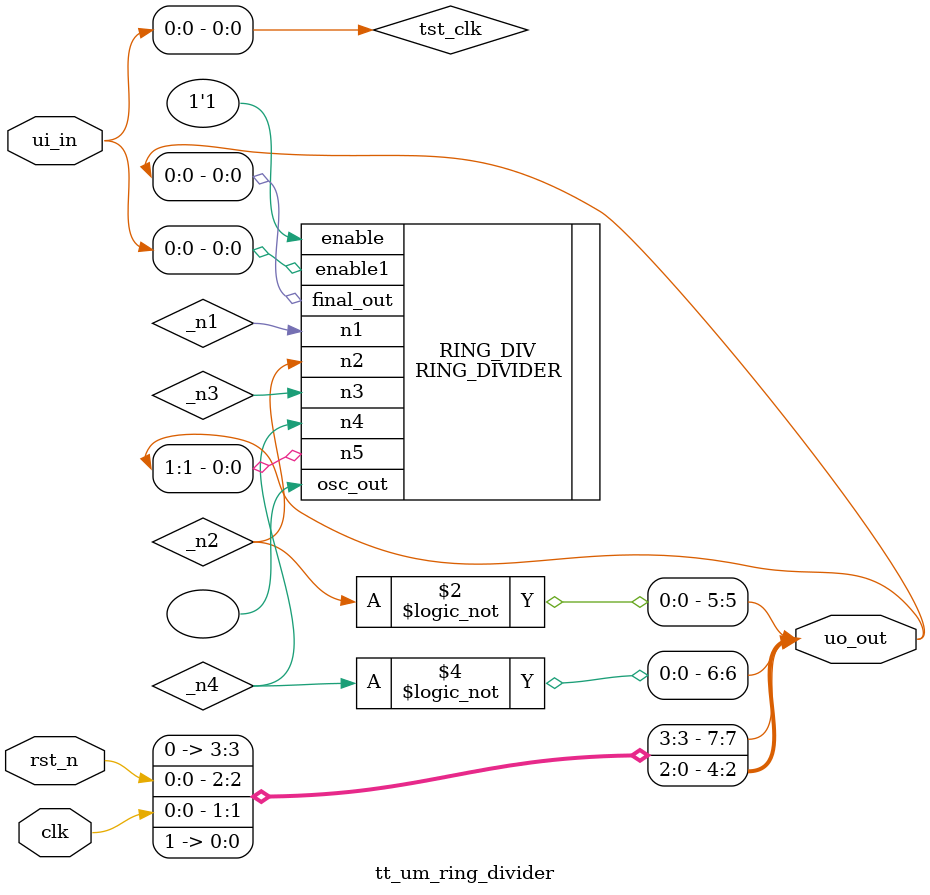
<source format=v>
/*
 * Copyright (c) 2024 Your Name
 * SPDX-License-Identifier: Apache-2.0
 */

`default_nettype none

module tt_um_ring_divider (
    input  wire [7:0] ui_in,    // Dedicated inputs
    output wire [7:0] uo_out,   // Dedicated outputs
    input  wire       clk,      // clock
    input  wire       rst_n     // reset_n - low to reset
);
	wire tst_clk;  // REV2 : wire to route input
	wire _n2, _n4;
	assign uo_out[7] = 1'b0;
	
	assign uo_out[2] = 1'b1;    // REV2 :  routed ena to output
	assign uo_out[3] = clk;  // REV2 :  routed the system clock to output
	assign uo_out[4] = rst_n;   // REV2 :  routed rst to output
	
	
	assign tst_clk = ui_in[0];
	
	RING_DIVIDER RING_DIV (
		.enable(1'b1),             // REV2: Disconnected fom the enable1 signal in REV 1.
        	.enable1(tst_clk),    // REV2 : created a dedicated input for the enable 1. could used to provide a clk for testing or a 1 for enabling ring osc.   
        	.osc_out(),
        	.final_out(uo_out[0]),
        	.n1(_n1),
        	.n2(_n2),
        	.n3(_n3),
        	.n4(_n4),
        	.n5(uo_out[1])
	);
	
	// REV2: buffers 
	assign uo_out[5] = !(_n2 & _n2);
	assign uo_out[6] = !(_n4 & _n4);
	
	wire _n1, _n3;
	// assign uio_out[0] = !(_n1 & _n1);
	// assign uio_out[1] = !(_n3 & _n3);
	
	// wire osc_out_buffer;
	// assign uo_out[1] = !(osc_out_buffer & osc_out_buffer);
    
endmodule


</source>
